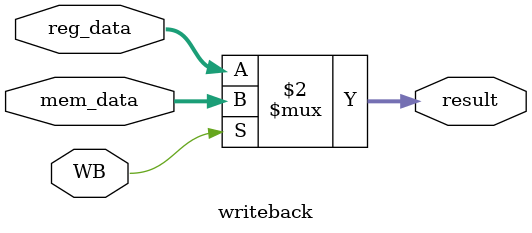
<source format=v>
module writeback(WB, mem_data, reg_data, result);
  input WB;
  input [31:0] mem_data;
  input [31:0] reg_data;
  output [31:0] result;
  
  assign result = (WB == 0) ? reg_data : mem_data;
endmodule

</source>
